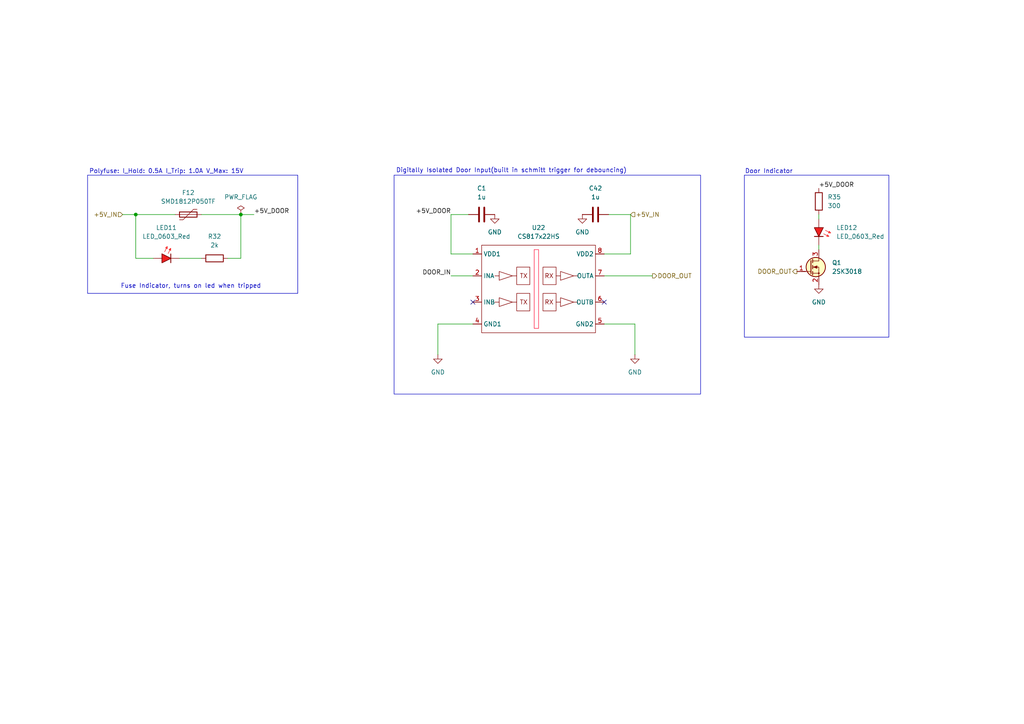
<source format=kicad_sch>
(kicad_sch (version 20250114) (generator "eeschema") (generator_version "9.0")
  (paper "A4")
  (lib_symbols
    (symbol "Device:C" (pin_numbers (hide yes)) (pin_names (offset 0.254))
      (property "Reference" "C" (at 0.635 2.54 0))
      (property "Value" "C" (at 0.635 -2.54 0))
      (symbol "C_0_1"
        (polyline (pts (xy -2.032 0.762) (xy 2.032 0.762)) (stroke (width 0.508)))
        (polyline (pts (xy -2.032 -0.762) (xy 2.032 -0.762)) (stroke (width 0.508)))
      )
      (symbol "C_1_1"
        (pin passive line (at 0 3.81 270) (length 2.794) (name "~") (number "1"))
        (pin passive line (at 0 -3.81 90) (length 2.794) (name "~") (number "2"))
      )
    )
    (symbol "Device:Polyfuse" (pin_numbers (hide yes)) (pin_names (offset 0))
      (property "Reference" "F" (at -2.54 0 90))
      (property "Value" "Polyfuse" (at 2.54 0 90))
      (symbol "Polyfuse_0_1"
        (polyline (pts (xy -1.524 2.54) (xy -1.524 1.524) (xy 1.524 -1.524) (xy 1.524 -2.54)))
        (rectangle (start -0.762 2.54) (end 0.762 -2.54) (stroke (width 0.254)))
        (polyline (pts (xy 0 2.54) (xy 0 -2.54)))
      )
      (symbol "Polyfuse_1_1"
        (pin passive line (at 0 3.81 270) (length 1.27) (name "~") (number "1"))
        (pin passive line (at 0 -3.81 90) (length 1.27) (name "~") (number "2"))
      )
    )
    (symbol "Device:R" (pin_numbers (hide yes)) (pin_names (offset 0))
      (property "Reference" "R" (at 2.032 0 90))
      (property "Value" "R" (at 0 0 90))
      (symbol "R_0_1"
        (rectangle (start -1.016 -2.54) (end 1.016 2.54) (stroke (width 0.254)))
      )
      (symbol "R_1_1"
        (pin passive line (at 0 3.81 270) (length 1.27) (name "~") (number "1"))
        (pin passive line (at 0 -3.81 90) (length 1.27) (name "~") (number "2"))
      )
    )
    (symbol "PCM_LED_AKL:LED_0603_Red" (pin_numbers (hide yes)) (pin_names (offset 1.016) (hide yes))
      (property "Reference" "LED" (at 0 7.62 0))
      (property "Value" "LED_0603_Red" (at 0 5.08 0))
      (symbol "LED_0603_Red_0_1"
        (polyline (pts (xy -1.27 1.27) (xy -1.27 -1.27) (xy 1.27 0) (xy -1.27 1.27)) (stroke (width 0.254)) (fill (type color) (color 240 30 30 1)))
        (polyline (pts (xy -0.508 1.905) (xy 0.254 3.429)) (stroke (width 0.1524) (color 240 30 30 1)))
        (polyline (pts (xy 0.254 2.794) (xy -0.254 3.048) (xy 0.254 3.429) (xy 0.254 2.794)) (stroke (width 0) (color 240 30 30 1)) (fill (type outline)))
        (polyline (pts (xy 0.508 1.397) (xy 1.27 2.921)) (stroke (width 0.1524) (color 240 30 30 1)))
        (polyline (pts (xy 1.27 2.286) (xy 0.762 2.54) (xy 1.27 2.921) (xy 1.27 2.286)) (stroke (width 0.1524) (color 240 30 30 1)) (fill (type outline)))
        (polyline (pts (xy 1.27 1.27) (xy 1.27 -1.27)) (stroke (width 0.254)))
      )
      (symbol "LED_0603_Red_0_2"
        (polyline (pts (xy -2.54 -2.54) (xy -0.889 -0.889)))
        (polyline (pts (xy -1.651 0.889) (xy -2.159 2.413)) (stroke (width 0) (color 240 30 30 1)))
        (polyline (pts (xy -0.889 -0.889) (xy -1.778 0) (xy 0.889 0.889) (xy 0 -1.778) (xy -0.889 -0.889)) (stroke (width 0.254)) (fill (type color) (color 240 30 30 1)))
        (polyline (pts (xy -0.508 1.27) (xy -1.016 2.794)) (stroke (width 0) (color 240 30 30 1)))
        (polyline (pts (xy 0 1.778) (xy 1.778 0)) (stroke (width 0.254)))
        (polyline (pts (xy 0.889 0.889) (xy 2.54 2.54)))
      )
      (symbol "LED_0603_Red_1_1"
        (pin passive line (at -3.81 0 0) (length 2.54) (name "A") (number "2"))
        (pin passive line (at 3.81 0 180) (length 2.54) (name "K") (number "1"))
      )
      (symbol "LED_0603_Red_1_2"
        (polyline (pts (xy -2.159 2.413) (xy -2.286 1.778) (xy -1.6764 1.9812) (xy -2.159 2.413)) (stroke (width 0) (color 240 30 30 1)) (fill (type outline)))
        (polyline (pts (xy -1.016 2.794) (xy -1.143 2.159) (xy -0.5334 2.3622) (xy -1.016 2.794)) (stroke (width 0) (color 240 30 30 1)) (fill (type outline)))
        (pin passive line (at -2.54 -2.54 0) (length 0) (name "A") (number "2"))
        (pin passive line (at 2.54 2.54 180) (length 0) (name "K") (number "1"))
      )
    )
    (symbol "PCM_Transistor_MOSFET_AKL:2SK3018" (pin_names (hide yes))
      (property "Reference" "Q" (at 5.08 1.27 0))
      (property "Value" "2SK3018" (at 5.08 -1.27 0))
      (symbol "2SK3018_0_1"
        (polyline (pts (xy 0.254 1.905) (xy 0.254 -1.905)) (stroke (width 0.254)))
        (polyline (pts (xy 0.254 -1.27) (xy -2.54 -1.27)))
        (polyline (pts (xy 0.762 2.286) (xy 0.762 1.27)) (stroke (width 0.254)))
        (polyline (pts (xy 0.762 0.508) (xy 0.762 -0.508)) (stroke (width 0.254)))
        (polyline (pts (xy 0.762 -1.27) (xy 0.762 -2.286)) (stroke (width 0.254)))
        (polyline (pts (xy 0.762 -1.778) (xy 2.54 -1.778)))
        (polyline (pts (xy 1.016 0) (xy 2.032 0.381) (xy 2.032 -0.381) (xy 1.016 0)) (fill (type outline)))
        (circle (center 1.651 0) (radius 2.794) (stroke (width 0.254)) (fill (type background)))
        (polyline (pts (xy 2.54 2.54) (xy 2.54 1.778)))
        (polyline (pts (xy 2.54 1.778) (xy 0.762 1.778)))
        (circle (center 2.54 -1.778) (radius 0.1778) (fill (type outline)))
        (polyline (pts (xy 2.54 -2.54) (xy 2.54 0) (xy 0.762 0)))
      )
      (symbol "2SK3018_1_1"
        (pin input line (at -3.81 -1.27 0) (length 2.54) (name "G") (number "1"))
        (pin passive line (at 2.54 5.08 270) (length 2.54) (name "D") (number "3"))
        (pin passive line (at 2.54 -5.08 90) (length 2.54) (name "S") (number "2"))
      )
    )
    (symbol "mega_shield:CS817x20HS"
      (property "Reference" "U" (at 0 0 0))
      (property "Value" "CS817x22HS" (at 0 0 0))
      (symbol "CS817x20HS_0_1"
        (rectangle (start -16.51 12.7) (end 16.51 -12.7))
        (polyline (pts (xy -11.43 3.81) (xy -12.7 3.81)))
        (polyline (pts (xy -11.43 -3.81) (xy -12.7 -3.81)))
        (polyline (pts (xy -7.62 3.81) (xy -11.43 2.54) (xy -11.43 5.08) (xy -7.62 3.81)))
        (polyline (pts (xy -7.62 -3.81) (xy -11.43 -5.08) (xy -11.43 -2.54) (xy -7.62 -3.81)))
        (polyline (pts (xy -6.35 3.81) (xy -7.62 3.81)))
        (polyline (pts (xy -6.35 -3.81) (xy -7.62 -3.81)))
        (polyline (pts (xy -2.54 6.35) (xy -2.54 1.27) (xy -6.35 1.27) (xy -6.35 6.35) (xy -2.54 6.35)))
        (polyline (pts (xy -2.54 -1.27) (xy -2.54 -6.35) (xy -6.35 -6.35) (xy -6.35 -1.27) (xy -2.54 -1.27)))
        (polyline (pts (xy 5.08 6.35) (xy 5.08 1.27) (xy 1.27 1.27) (xy 1.27 6.35) (xy 5.08 6.35)))
        (polyline (pts (xy 5.08 -1.27) (xy 5.08 -6.35) (xy 1.27 -6.35) (xy 1.27 -1.27) (xy 5.08 -1.27)))
        (polyline (pts (xy 6.35 3.81) (xy 5.08 3.81)))
        (polyline (pts (xy 6.35 -3.81) (xy 5.08 -3.81)))
        (polyline (pts (xy 10.16 3.81) (xy 11.43 3.81)))
        (polyline (pts (xy 10.16 3.81) (xy 6.35 2.54) (xy 6.35 5.08) (xy 10.16 3.81)))
        (polyline (pts (xy 10.16 -3.81) (xy 11.43 -3.81)))
        (polyline (pts (xy 10.16 -3.81) (xy 6.35 -2.54) (xy 6.35 -5.08) (xy 10.16 -3.81)))
      )
      (symbol "CS817x20HS_1_1"
        (rectangle (start -1.27 11.43) (end 0 -11.43) (stroke (width 0) (color 255 23 61 1)))
        (text "TX" (at -4.318 3.81 0) (effects (font (size 1.27 1.27))))
        (text "TX" (at -4.318 -3.81 0) (effects (font (size 1.27 1.27))))
        (text "RX" (at 3.048 3.81 0) (effects (font (size 1.27 1.27))))
        (text "RX" (at 3.048 -3.81 0) (effects (font (size 1.27 1.27))))
        (pin power_in line (at -19.05 10.16 0) (length 2.54) (name "VDD1") (number "1"))
        (pin input line (at -19.05 3.81 0) (length 2.54) (name "INA") (number "2"))
        (pin input line (at -19.05 -3.81 0) (length 2.54) (name "INB") (number "3"))
        (pin power_in line (at -19.05 -10.16 0) (length 2.54) (name "GND1") (number "4"))
        (pin power_in line (at 19.05 10.16 180) (length 2.54) (name "VDD2") (number "8"))
        (pin output line (at 19.05 3.81 180) (length 2.54) (name "OUTA") (number "7"))
        (pin output line (at 19.05 -3.81 180) (length 2.54) (name "OUTB") (number "6"))
        (pin output line (at 19.05 -10.16 180) (length 2.54) (name "GND2") (number "5"))
      )
    )
    (symbol "power:GND" (power) (pin_numbers (hide yes)) (pin_names (offset 0) (hide yes))
      (property "Value" "GND" (at 0 -3.81 0))
      (symbol "GND_0_1"
        (polyline (pts (xy 0 0) (xy 0 -1.27) (xy 1.27 -1.27) (xy 0 -2.54) (xy -1.27 -1.27) (xy 0 -1.27)))
      )
      (symbol "GND_1_1"
        (pin power_in line (at 0 0 270) (length 0) (name "~") (number "1"))
      )
    )
    (symbol "power:PWR_FLAG" (power) (pin_numbers (hide yes)) (pin_names (offset 0) (hide yes))
      (property "Value" "PWR_FLAG" (at 0 3.81 0))
      (symbol "PWR_FLAG_0_0"
        (pin power_out line (at 0 0 90) (length 0) (name "~") (number "1"))
      )
      (symbol "PWR_FLAG_0_1"
        (polyline (pts (xy 0 0) (xy 0 1.27) (xy -1.016 1.905) (xy 0 2.54) (xy 1.016 1.905) (xy 0 1.27)))
      )
    )
  )
  (rectangle (start 114.3 50.8) (end 203.2 114.3))
  (rectangle (start 25.4 50.8) (end 86.36 85.09))
  (rectangle (start 215.9 50.8) (end 257.81 97.79))
  (text "Digitally Isolated Door Input(built in schmitt trigger for debouncing)" (at 148.336 49.53 0) (effects (font (size 1.27 1.27))))
  (text "Fuse Indicator, turns on led when tripped" (at 55.372 83.058 0) (effects (font (size 1.27 1.27))))
  (text "Door Indicator" (at 223.012 49.784 0) (effects (font (size 1.27 1.27))))
  (text "Polyfuse: I_Hold: 0.5A I_Trip: 1.0A V_Max: 15V" (at 48.26 49.784 0) (effects (font (size 1.27 1.27))))
  (junction (at 69.85 62.23))
  (junction (at 39.37 62.23))
  (no_connect (at 175.26 87.63))
  (no_connect (at 137.16 87.63))
  (wire (pts (xy 69.85 62.23) (xy 69.85 74.93)))
  (wire (pts (xy 39.37 62.23) (xy 39.37 74.93)))
  (wire (pts (xy 237.49 62.23) (xy 237.49 63.5)))
  (wire (pts (xy 176.53 62.23) (xy 182.88 62.23)))
  (wire (pts (xy 130.81 73.66) (xy 137.16 73.66)))
  (wire (pts (xy 58.42 62.23) (xy 69.85 62.23)))
  (wire (pts (xy 130.81 62.23) (xy 130.81 73.66)))
  (wire (pts (xy 130.81 80.01) (xy 137.16 80.01)))
  (wire (pts (xy 66.04 74.93) (xy 69.85 74.93)))
  (wire (pts (xy 175.26 80.01) (xy 189.23 80.01)))
  (wire (pts (xy 35.56 62.23) (xy 39.37 62.23)))
  (wire (pts (xy 182.88 62.23) (xy 182.88 73.66)))
  (wire (pts (xy 127 93.98) (xy 127 102.87)))
  (wire (pts (xy 237.49 71.12) (xy 237.49 72.39)))
  (wire (pts (xy 52.07 74.93) (xy 58.42 74.93)))
  (wire (pts (xy 175.26 93.98) (xy 184.15 93.98)))
  (wire (pts (xy 184.15 102.87) (xy 184.15 93.98)))
  (wire (pts (xy 39.37 62.23) (xy 50.8 62.23)))
  (wire (pts (xy 135.89 62.23) (xy 130.81 62.23)))
  (wire (pts (xy 182.88 73.66) (xy 175.26 73.66)))
  (wire (pts (xy 137.16 93.98) (xy 127 93.98)))
  (wire (pts (xy 44.45 74.93) (xy 39.37 74.93)))
  (wire (pts (xy 69.85 62.23) (xy 73.66 62.23)))
  (label "+5V_DOOR" (at 237.49 54.61 0))
  (label "+5V_DOOR" (at 73.66 62.23 0))
  (label "DOOR_IN" (at 130.81 80.01 180))
  (label "+5V_DOOR" (at 130.81 62.23 180))
  (hierarchical_label "DOOR_OUT" (shape output) (at 231.14 78.74 180))
  (hierarchical_label "+5V_IN" (shape input) (at 35.56 62.23 180))
  (hierarchical_label "+5V_IN" (shape input) (at 182.88 62.23 0))
  (hierarchical_label "DOOR_OUT" (shape output) (at 189.23 80.01 0))
  (symbol (lib_id "PCM_LED_AKL:LED_0603_Red") (at 237.49 67.31 270) (unit 1)
    (property "Reference" "LED12" (at 242.57 66.0399 90) (effects (justify left)))
    (property "Value" "LED_0603_Red" (at 242.57 68.5799 90) (effects (justify left)))
    (property "Footprint" "PCM_LED_SMD_AKL:LED_0603_1608Metric" (effects (hide yes)))
    (property "Description" "Red SMD LED, 0603, Alternate KiCad Library" (effects (hide yes)))
    (property "jlcpcb" "C94743" (effects (hide yes)))
  )
  (symbol (lib_id "Device:C") (at 172.72 62.23 90) (unit 1)
    (property "Reference" "C42" (at 172.72 54.61 90))
    (property "Value" "1u" (at 172.72 57.15 90))
    (property "Description" "Unpolarized capacitor" (effects (hide yes)))
  )
  (symbol (lib_id "mega_shield:CS817x20HS") (at 156.21 83.82 0) (unit 1)
    (property "Reference" "U22" (at 156.21 66.04 0))
    (property "Value" "CS817x22HS" (at 156.21 68.58 0))
    (property "Footprint" "Package_SO:SOIC-8_3.9x4.9mm_P1.27mm" (effects (hide yes)))
    (property "Description" "Low-Power Dual-Channel Digital Isolator" (effects (hide yes)))
  )
  (symbol (lib_id "Device:R") (at 237.49 58.42 180) (unit 1)
    (property "Reference" "R35" (at 240.03 57.1499 0) (effects (justify right)))
    (property "Value" "300" (at 240.03 59.6899 0) (effects (justify right)))
    (property "Description" "Resistor" (effects (hide yes)))
  )
  (symbol (lib_id "power:GND") (at 127 102.87 0) (unit 1)
    (property "Reference" "#PWR0137" (effects (hide yes)))
    (property "Value" "GND" (at 127 107.95 0))
    (property "Description" "Power symbol creates a global label with name \"GND\" , ground" (effects (hide yes)))
  )
  (symbol (lib_id "power:GND") (at 168.91 62.23 0) (unit 1)
    (property "Reference" "#PWR0139" (effects (hide yes)))
    (property "Value" "GND" (at 168.91 67.31 0))
    (property "Description" "Power symbol creates a global label with name \"GND\" , ground" (effects (hide yes)))
  )
  (symbol (lib_id "PCM_Transistor_MOSFET_AKL:2SK3018") (at 234.95 77.47 0) (unit 1)
    (property "Reference" "Q1" (at 241.3 76.1999 0) (effects (justify left)))
    (property "Value" "2SK3018" (at 241.3 78.7399 0) (effects (justify left)))
    (property "Footprint" "PCM_Package_TO_SOT_SMD_AKL:SOT-323_SC-70" (effects (hide yes)))
    (property "Datasheet" "https://www.tme.eu/Document/b7f69991697dc3f1bab7ef8aaf2c7541/2SK3018.pdf" (effects (hide yes)))
    (property "Description" "SOT-323 N-MOSFET enchancement mode transistor, 30V, 100mA, 200mW, Alternate KiCAD Library" (effects (hide yes)))
  )
  (symbol (lib_id "power:GND") (at 143.51 62.23 0) (unit 1)
    (property "Reference" "#PWR0138" (effects (hide yes)))
    (property "Value" "GND" (at 143.51 67.31 0))
    (property "Description" "Power symbol creates a global label with name \"GND\" , ground" (effects (hide yes)))
  )
  (symbol (lib_id "Device:R") (at 62.23 74.93 90) (unit 1)
    (property "Reference" "R32" (at 62.23 68.58 90))
    (property "Value" "2k" (at 62.23 71.12 90))
    (property "Description" "Resistor" (effects (hide yes)))
  )
  (symbol (lib_id "Device:C") (at 139.7 62.23 90) (unit 1)
    (property "Reference" "C1" (at 139.7 54.61 90))
    (property "Value" "1u" (at 139.7 57.15 90))
    (property "Description" "Unpolarized capacitor" (effects (hide yes)))
  )
  (symbol (lib_id "Device:Polyfuse") (at 54.61 62.23 90) (unit 1)
    (property "Reference" "F12" (at 54.61 55.88 90))
    (property "Value" "SMD1812P050TF" (at 54.61 58.42 90))
    (property "Description" "Resettable fuse, polymeric positive temperature coefficient" (effects (hide yes)))
  )
  (symbol (lib_id "power:PWR_FLAG") (at 69.85 62.23 0) (unit 1)
    (property "Reference" "#FLG04" (effects (hide yes)))
    (property "Value" "PWR_FLAG" (at 69.85 57.15 0))
    (property "Description" "Special symbol for telling ERC where power comes from" (effects (hide yes)))
  )
  (symbol (lib_id "power:GND") (at 184.15 102.87 0) (unit 1)
    (property "Reference" "#PWR0140" (effects (hide yes)))
    (property "Value" "GND" (at 184.15 107.95 0))
    (property "Description" "Power symbol creates a global label with name \"GND\" , ground" (effects (hide yes)))
  )
  (symbol (lib_id "power:GND") (at 237.49 82.55 0) (unit 1)
    (property "Reference" "#PWR0149" (effects (hide yes)))
    (property "Value" "GND" (at 237.49 87.63 0))
    (property "Description" "Power symbol creates a global label with name \"GND\" , ground" (effects (hide yes)))
  )
  (symbol (lib_id "PCM_LED_AKL:LED_0603_Red") (at 48.26 74.93 0) (unit 1)
    (property "Reference" "LED11" (at 48.26 66.04 0))
    (property "Value" "LED_0603_Red" (at 48.26 68.58 0))
    (property "Footprint" "PCM_LED_SMD_AKL:LED_0603_1608Metric" (effects (hide yes)))
    (property "Description" "Red SMD LED, 0603, Alternate KiCad Library" (effects (hide yes)))
    (property "jlcpcb" "C94743" (effects (hide yes)))
  )
)
</source>
